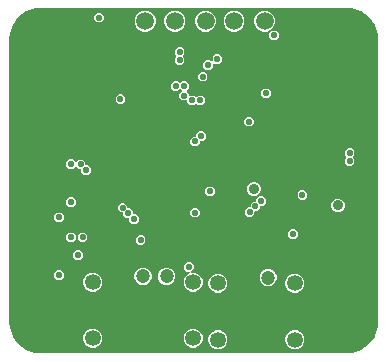
<source format=gbr>
G04 EAGLE Gerber RS-274X export*
G75*
%MOMM*%
%FSLAX34Y34*%
%LPD*%
%INCopper Layer 15*%
%IPPOS*%
%AMOC8*
5,1,8,0,0,1.08239X$1,22.5*%
G01*
%ADD10C,1.200000*%
%ADD11C,1.350000*%
%ADD12C,4.216000*%
%ADD13C,0.553200*%
%ADD14C,0.900000*%
%ADD15C,1.500000*%

G36*
X290022Y3814D02*
X290022Y3814D01*
X290060Y3813D01*
X294038Y4126D01*
X294043Y4128D01*
X294049Y4127D01*
X294213Y4161D01*
X301779Y6619D01*
X301811Y6636D01*
X301846Y6645D01*
X301992Y6728D01*
X308428Y11404D01*
X308453Y11429D01*
X308483Y11448D01*
X308596Y11572D01*
X313272Y18008D01*
X313288Y18040D01*
X313311Y18068D01*
X313381Y18221D01*
X315839Y25787D01*
X315840Y25793D01*
X315842Y25798D01*
X315845Y25810D01*
X315848Y25817D01*
X315851Y25842D01*
X315874Y25962D01*
X316187Y29940D01*
X316185Y29962D01*
X316189Y30000D01*
X316189Y270000D01*
X316186Y270022D01*
X316187Y270060D01*
X315874Y274038D01*
X315872Y274043D01*
X315873Y274049D01*
X315839Y274213D01*
X313381Y281779D01*
X313364Y281811D01*
X313355Y281846D01*
X313272Y281992D01*
X308596Y288428D01*
X308571Y288453D01*
X308552Y288483D01*
X308428Y288596D01*
X301992Y293272D01*
X301960Y293288D01*
X301932Y293311D01*
X301779Y293381D01*
X294213Y295839D01*
X294207Y295840D01*
X294202Y295842D01*
X294038Y295874D01*
X290060Y296187D01*
X290038Y296185D01*
X290000Y296189D01*
X30000Y296189D01*
X29978Y296186D01*
X29940Y296187D01*
X25962Y295874D01*
X25957Y295872D01*
X25951Y295873D01*
X25787Y295839D01*
X18221Y293381D01*
X18189Y293364D01*
X18154Y293355D01*
X18008Y293272D01*
X11572Y288596D01*
X11547Y288571D01*
X11517Y288552D01*
X11404Y288428D01*
X6728Y281992D01*
X6712Y281960D01*
X6689Y281932D01*
X6619Y281779D01*
X4161Y274213D01*
X4160Y274207D01*
X4158Y274202D01*
X4126Y274038D01*
X3813Y270060D01*
X3815Y270038D01*
X3811Y270000D01*
X3811Y30000D01*
X3814Y29978D01*
X3813Y29940D01*
X4126Y25962D01*
X4128Y25957D01*
X4127Y25951D01*
X4161Y25787D01*
X6619Y18221D01*
X6636Y18189D01*
X6645Y18154D01*
X6728Y18008D01*
X11404Y11572D01*
X11429Y11547D01*
X11448Y11517D01*
X11572Y11404D01*
X18008Y6728D01*
X18040Y6712D01*
X18068Y6689D01*
X18221Y6619D01*
X25787Y4161D01*
X25793Y4160D01*
X25798Y4158D01*
X25962Y4126D01*
X29940Y3813D01*
X29962Y3815D01*
X30000Y3811D01*
X290000Y3811D01*
X290022Y3814D01*
G37*
%LPC*%
G36*
X286059Y10189D02*
X286059Y10189D01*
X278778Y13205D01*
X273205Y18778D01*
X270189Y26059D01*
X270189Y33941D01*
X273205Y41222D01*
X278778Y46795D01*
X286059Y49811D01*
X293941Y49811D01*
X301222Y46795D01*
X306795Y41222D01*
X309811Y33941D01*
X309811Y26059D01*
X306795Y18778D01*
X301222Y13205D01*
X293941Y10189D01*
X286059Y10189D01*
G37*
%LPD*%
%LPC*%
G36*
X26059Y10189D02*
X26059Y10189D01*
X18778Y13205D01*
X13205Y18778D01*
X10189Y26059D01*
X10189Y33941D01*
X13205Y41222D01*
X18778Y46795D01*
X26059Y49811D01*
X33941Y49811D01*
X41222Y46795D01*
X46795Y41222D01*
X49811Y33941D01*
X49811Y26059D01*
X46795Y18778D01*
X41222Y13205D01*
X33941Y10189D01*
X26059Y10189D01*
G37*
%LPD*%
%LPC*%
G36*
X286059Y250189D02*
X286059Y250189D01*
X278778Y253205D01*
X273205Y258778D01*
X270189Y266059D01*
X270189Y273941D01*
X273205Y281222D01*
X278778Y286795D01*
X286059Y289811D01*
X293941Y289811D01*
X301222Y286795D01*
X306795Y281222D01*
X309811Y273941D01*
X309811Y266059D01*
X306795Y258778D01*
X301222Y253205D01*
X293941Y250189D01*
X286059Y250189D01*
G37*
%LPD*%
%LPC*%
G36*
X26059Y250189D02*
X26059Y250189D01*
X18778Y253205D01*
X13205Y258778D01*
X10189Y266059D01*
X10189Y273941D01*
X13205Y281222D01*
X18778Y286795D01*
X26059Y289811D01*
X33941Y289811D01*
X41222Y286795D01*
X46795Y281222D01*
X49811Y273941D01*
X49811Y266059D01*
X46795Y258778D01*
X41222Y253205D01*
X33941Y250189D01*
X26059Y250189D01*
G37*
%LPD*%
%LPC*%
G36*
X226328Y268963D02*
X226328Y268963D01*
X223963Y271328D01*
X223963Y274672D01*
X225484Y276193D01*
X225541Y276272D01*
X225603Y276347D01*
X225613Y276372D01*
X225628Y276393D01*
X225656Y276486D01*
X225691Y276577D01*
X225692Y276603D01*
X225700Y276628D01*
X225698Y276725D01*
X225702Y276823D01*
X225695Y276848D01*
X225694Y276874D01*
X225660Y276965D01*
X225633Y277059D01*
X225618Y277080D01*
X225609Y277105D01*
X225548Y277181D01*
X225493Y277261D01*
X225472Y277276D01*
X225456Y277297D01*
X225374Y277349D01*
X225296Y277408D01*
X225271Y277416D01*
X225249Y277430D01*
X225154Y277454D01*
X225062Y277484D01*
X225036Y277484D01*
X225010Y277490D01*
X224913Y277482D01*
X224816Y277481D01*
X224784Y277472D01*
X224765Y277471D01*
X224735Y277458D01*
X224655Y277435D01*
X221745Y276229D01*
X218255Y276229D01*
X215032Y277565D01*
X212565Y280032D01*
X211229Y283255D01*
X211229Y286745D01*
X212565Y289968D01*
X215032Y292435D01*
X218255Y293771D01*
X221745Y293771D01*
X224968Y292435D01*
X227435Y289968D01*
X228771Y286745D01*
X228771Y283255D01*
X227435Y280032D01*
X225740Y278336D01*
X225698Y278278D01*
X225649Y278226D01*
X225627Y278179D01*
X225596Y278137D01*
X225575Y278068D01*
X225545Y278003D01*
X225539Y277951D01*
X225524Y277901D01*
X225526Y277830D01*
X225518Y277759D01*
X225529Y277708D01*
X225530Y277656D01*
X225555Y277588D01*
X225570Y277518D01*
X225597Y277473D01*
X225615Y277425D01*
X225660Y277369D01*
X225696Y277307D01*
X225736Y277273D01*
X225769Y277233D01*
X225829Y277194D01*
X225883Y277147D01*
X225932Y277128D01*
X225975Y277100D01*
X226045Y277082D01*
X226112Y277055D01*
X226183Y277047D01*
X226214Y277039D01*
X226237Y277041D01*
X226278Y277037D01*
X229672Y277037D01*
X232037Y274672D01*
X232037Y271328D01*
X229672Y268963D01*
X226328Y268963D01*
G37*
%LPD*%
%LPC*%
G36*
X156984Y213963D02*
X156984Y213963D01*
X154619Y216328D01*
X154619Y217202D01*
X154616Y217222D01*
X154618Y217241D01*
X154596Y217343D01*
X154580Y217445D01*
X154570Y217462D01*
X154566Y217482D01*
X154513Y217571D01*
X154464Y217662D01*
X154450Y217676D01*
X154440Y217693D01*
X154361Y217760D01*
X154286Y217832D01*
X154268Y217840D01*
X154253Y217853D01*
X154157Y217892D01*
X154063Y217935D01*
X154043Y217937D01*
X154025Y217945D01*
X153858Y217963D01*
X150328Y217963D01*
X147963Y220328D01*
X147963Y223672D01*
X149753Y225462D01*
X149765Y225478D01*
X149780Y225490D01*
X149836Y225578D01*
X149896Y225661D01*
X149902Y225680D01*
X149913Y225697D01*
X149938Y225798D01*
X149969Y225897D01*
X149968Y225916D01*
X149973Y225936D01*
X149965Y226039D01*
X149962Y226142D01*
X149956Y226161D01*
X149954Y226181D01*
X149914Y226276D01*
X149878Y226373D01*
X149865Y226389D01*
X149858Y226407D01*
X149753Y226538D01*
X149038Y227253D01*
X149022Y227265D01*
X149010Y227280D01*
X148922Y227336D01*
X148839Y227396D01*
X148820Y227402D01*
X148803Y227413D01*
X148702Y227438D01*
X148603Y227469D01*
X148584Y227468D01*
X148564Y227473D01*
X148461Y227465D01*
X148358Y227462D01*
X148339Y227456D01*
X148319Y227454D01*
X148224Y227414D01*
X148127Y227378D01*
X148111Y227366D01*
X148093Y227358D01*
X147962Y227253D01*
X146672Y225963D01*
X143328Y225963D01*
X140963Y228328D01*
X140963Y231672D01*
X143328Y234037D01*
X146672Y234037D01*
X147962Y232747D01*
X147978Y232735D01*
X147990Y232720D01*
X148078Y232664D01*
X148161Y232604D01*
X148180Y232598D01*
X148197Y232587D01*
X148298Y232562D01*
X148397Y232531D01*
X148416Y232532D01*
X148436Y232527D01*
X148539Y232535D01*
X148642Y232538D01*
X148661Y232544D01*
X148681Y232546D01*
X148776Y232586D01*
X148873Y232622D01*
X148889Y232635D01*
X148907Y232642D01*
X149038Y232747D01*
X150328Y234037D01*
X153672Y234037D01*
X156037Y231672D01*
X156037Y228328D01*
X154247Y226538D01*
X154235Y226522D01*
X154220Y226510D01*
X154164Y226422D01*
X154104Y226339D01*
X154098Y226320D01*
X154087Y226303D01*
X154062Y226202D01*
X154031Y226103D01*
X154032Y226084D01*
X154027Y226064D01*
X154035Y225961D01*
X154038Y225858D01*
X154044Y225839D01*
X154046Y225819D01*
X154086Y225724D01*
X154122Y225627D01*
X154134Y225611D01*
X154142Y225593D01*
X154247Y225462D01*
X156037Y223672D01*
X156037Y222798D01*
X156040Y222778D01*
X156038Y222759D01*
X156060Y222657D01*
X156076Y222555D01*
X156086Y222538D01*
X156090Y222518D01*
X156143Y222429D01*
X156192Y222338D01*
X156206Y222324D01*
X156216Y222307D01*
X156295Y222240D01*
X156370Y222168D01*
X156388Y222160D01*
X156403Y222147D01*
X156499Y222108D01*
X156593Y222065D01*
X156613Y222063D01*
X156631Y222055D01*
X156798Y222037D01*
X160328Y222037D01*
X161519Y220846D01*
X161535Y220834D01*
X161547Y220819D01*
X161635Y220763D01*
X161718Y220703D01*
X161737Y220697D01*
X161754Y220686D01*
X161855Y220661D01*
X161954Y220630D01*
X161973Y220631D01*
X161993Y220626D01*
X162096Y220634D01*
X162199Y220637D01*
X162218Y220643D01*
X162238Y220645D01*
X162333Y220685D01*
X162430Y220721D01*
X162446Y220734D01*
X162464Y220741D01*
X162595Y220846D01*
X163786Y222037D01*
X167130Y222037D01*
X169495Y219672D01*
X169495Y216328D01*
X167130Y213963D01*
X163786Y213963D01*
X162595Y215154D01*
X162579Y215166D01*
X162567Y215181D01*
X162479Y215237D01*
X162396Y215297D01*
X162377Y215303D01*
X162360Y215314D01*
X162259Y215339D01*
X162160Y215370D01*
X162141Y215369D01*
X162121Y215374D01*
X162018Y215366D01*
X161915Y215363D01*
X161896Y215357D01*
X161876Y215355D01*
X161781Y215315D01*
X161684Y215279D01*
X161668Y215267D01*
X161650Y215259D01*
X161519Y215154D01*
X160328Y213963D01*
X156984Y213963D01*
G37*
%LPD*%
%LPC*%
G36*
X157905Y55979D02*
X157905Y55979D01*
X154957Y57200D01*
X152700Y59457D01*
X151479Y62405D01*
X151479Y65595D01*
X152700Y68543D01*
X154957Y70800D01*
X156644Y71499D01*
X156727Y71550D01*
X156813Y71596D01*
X156831Y71614D01*
X156853Y71628D01*
X156916Y71704D01*
X156983Y71774D01*
X156994Y71798D01*
X157010Y71818D01*
X157045Y71909D01*
X157086Y71997D01*
X157089Y72023D01*
X157098Y72047D01*
X157103Y72145D01*
X157113Y72241D01*
X157108Y72267D01*
X157109Y72293D01*
X157082Y72387D01*
X157061Y72482D01*
X157048Y72504D01*
X157040Y72529D01*
X156985Y72609D01*
X156935Y72693D01*
X156915Y72710D01*
X156900Y72731D01*
X156822Y72790D01*
X156748Y72853D01*
X156724Y72863D01*
X156703Y72878D01*
X156610Y72908D01*
X156520Y72945D01*
X156487Y72948D01*
X156469Y72954D01*
X156436Y72954D01*
X156353Y72963D01*
X154328Y72963D01*
X151963Y75328D01*
X151963Y78672D01*
X154328Y81037D01*
X157672Y81037D01*
X160037Y78672D01*
X160037Y75328D01*
X158029Y73320D01*
X157987Y73262D01*
X157938Y73210D01*
X157916Y73163D01*
X157886Y73121D01*
X157864Y73052D01*
X157834Y72987D01*
X157828Y72935D01*
X157813Y72885D01*
X157815Y72814D01*
X157807Y72743D01*
X157818Y72692D01*
X157820Y72640D01*
X157844Y72572D01*
X157859Y72502D01*
X157886Y72457D01*
X157904Y72409D01*
X157949Y72353D01*
X157986Y72291D01*
X158025Y72257D01*
X158058Y72217D01*
X158118Y72178D01*
X158172Y72131D01*
X158221Y72112D01*
X158265Y72084D01*
X158334Y72066D01*
X158401Y72039D01*
X158472Y72031D01*
X158503Y72023D01*
X158526Y72025D01*
X158567Y72021D01*
X161095Y72021D01*
X164043Y70800D01*
X166300Y68543D01*
X167521Y65595D01*
X167521Y62405D01*
X166300Y59457D01*
X164043Y57200D01*
X161095Y55979D01*
X157905Y55979D01*
G37*
%LPD*%
%LPC*%
G36*
X142255Y276229D02*
X142255Y276229D01*
X139032Y277565D01*
X136565Y280032D01*
X135229Y283255D01*
X135229Y286745D01*
X136565Y289968D01*
X139032Y292435D01*
X142255Y293771D01*
X145745Y293771D01*
X148968Y292435D01*
X151435Y289968D01*
X152771Y286745D01*
X152771Y283255D01*
X151435Y280032D01*
X148968Y277565D01*
X145745Y276229D01*
X142255Y276229D01*
G37*
%LPD*%
%LPC*%
G36*
X117255Y276229D02*
X117255Y276229D01*
X114032Y277565D01*
X111565Y280032D01*
X110229Y283255D01*
X110229Y286745D01*
X111565Y289968D01*
X114032Y292435D01*
X117255Y293771D01*
X120745Y293771D01*
X123968Y292435D01*
X126435Y289968D01*
X127771Y286745D01*
X127771Y283255D01*
X126435Y280032D01*
X123968Y277565D01*
X120745Y276229D01*
X117255Y276229D01*
G37*
%LPD*%
%LPC*%
G36*
X168255Y276229D02*
X168255Y276229D01*
X165032Y277565D01*
X162565Y280032D01*
X161229Y283255D01*
X161229Y286745D01*
X162565Y289968D01*
X165032Y292435D01*
X168255Y293771D01*
X171745Y293771D01*
X174968Y292435D01*
X177435Y289968D01*
X178771Y286745D01*
X178771Y283255D01*
X177435Y280032D01*
X174968Y277565D01*
X171745Y276229D01*
X168255Y276229D01*
G37*
%LPD*%
%LPC*%
G36*
X192255Y276229D02*
X192255Y276229D01*
X189032Y277565D01*
X186565Y280032D01*
X185229Y283255D01*
X185229Y286745D01*
X186565Y289968D01*
X189032Y292435D01*
X192255Y293771D01*
X195745Y293771D01*
X198968Y292435D01*
X201435Y289968D01*
X202771Y286745D01*
X202771Y283255D01*
X201435Y280032D01*
X198968Y277565D01*
X195745Y276229D01*
X192255Y276229D01*
G37*
%LPD*%
%LPC*%
G36*
X243905Y7479D02*
X243905Y7479D01*
X240957Y8700D01*
X238700Y10957D01*
X237479Y13905D01*
X237479Y17095D01*
X238700Y20043D01*
X240957Y22300D01*
X243905Y23521D01*
X247095Y23521D01*
X250043Y22300D01*
X252300Y20043D01*
X253521Y17095D01*
X253521Y13905D01*
X252300Y10957D01*
X250043Y8700D01*
X247095Y7479D01*
X243905Y7479D01*
G37*
%LPD*%
%LPC*%
G36*
X72905Y8479D02*
X72905Y8479D01*
X69957Y9700D01*
X67700Y11957D01*
X66479Y14905D01*
X66479Y18095D01*
X67700Y21043D01*
X69957Y23300D01*
X72905Y24521D01*
X76095Y24521D01*
X79043Y23300D01*
X81300Y21043D01*
X82521Y18095D01*
X82521Y14905D01*
X81300Y11957D01*
X79043Y9700D01*
X76095Y8479D01*
X72905Y8479D01*
G37*
%LPD*%
%LPC*%
G36*
X157905Y8479D02*
X157905Y8479D01*
X154957Y9700D01*
X152700Y11957D01*
X151479Y14905D01*
X151479Y18095D01*
X152700Y21043D01*
X154957Y23300D01*
X157905Y24521D01*
X161095Y24521D01*
X164043Y23300D01*
X166300Y21043D01*
X167521Y18095D01*
X167521Y14905D01*
X166300Y11957D01*
X164043Y9700D01*
X161095Y8479D01*
X157905Y8479D01*
G37*
%LPD*%
%LPC*%
G36*
X178905Y54979D02*
X178905Y54979D01*
X175957Y56200D01*
X173700Y58457D01*
X172479Y61405D01*
X172479Y64595D01*
X173700Y67543D01*
X175957Y69800D01*
X178905Y71021D01*
X182095Y71021D01*
X185043Y69800D01*
X187300Y67543D01*
X188521Y64595D01*
X188521Y61405D01*
X187300Y58457D01*
X185043Y56200D01*
X182095Y54979D01*
X178905Y54979D01*
G37*
%LPD*%
%LPC*%
G36*
X243905Y54979D02*
X243905Y54979D01*
X240957Y56200D01*
X238700Y58457D01*
X237479Y61405D01*
X237479Y64595D01*
X238700Y67543D01*
X240957Y69800D01*
X243905Y71021D01*
X247095Y71021D01*
X250043Y69800D01*
X252300Y67543D01*
X253521Y64595D01*
X253521Y61405D01*
X252300Y58457D01*
X250043Y56200D01*
X247095Y54979D01*
X243905Y54979D01*
G37*
%LPD*%
%LPC*%
G36*
X72905Y55979D02*
X72905Y55979D01*
X69957Y57200D01*
X67700Y59457D01*
X66479Y62405D01*
X66479Y65595D01*
X67700Y68543D01*
X69957Y70800D01*
X72905Y72021D01*
X76095Y72021D01*
X79043Y70800D01*
X81300Y68543D01*
X82521Y65595D01*
X82521Y62405D01*
X81300Y59457D01*
X79043Y57200D01*
X76095Y55979D01*
X72905Y55979D01*
G37*
%LPD*%
%LPC*%
G36*
X178905Y7479D02*
X178905Y7479D01*
X175957Y8700D01*
X173700Y10957D01*
X172479Y13905D01*
X172479Y17095D01*
X173700Y20043D01*
X175957Y22300D01*
X178905Y23521D01*
X182095Y23521D01*
X185043Y22300D01*
X187300Y20043D01*
X188521Y17095D01*
X188521Y13905D01*
X187300Y10957D01*
X185043Y8700D01*
X182095Y7479D01*
X178905Y7479D01*
G37*
%LPD*%
%LPC*%
G36*
X221554Y60729D02*
X221554Y60729D01*
X218881Y61836D01*
X216836Y63881D01*
X215729Y66554D01*
X215729Y69446D01*
X216836Y72119D01*
X218881Y74164D01*
X221554Y75271D01*
X224446Y75271D01*
X227119Y74164D01*
X229164Y72119D01*
X230271Y69446D01*
X230271Y66554D01*
X229164Y63881D01*
X227119Y61836D01*
X224446Y60729D01*
X221554Y60729D01*
G37*
%LPD*%
%LPC*%
G36*
X115554Y61729D02*
X115554Y61729D01*
X112881Y62836D01*
X110836Y64881D01*
X109729Y67554D01*
X109729Y70446D01*
X110836Y73119D01*
X112881Y75164D01*
X115554Y76271D01*
X118446Y76271D01*
X121119Y75164D01*
X123164Y73119D01*
X124271Y70446D01*
X124271Y67554D01*
X123164Y64881D01*
X121119Y62836D01*
X118446Y61729D01*
X115554Y61729D01*
G37*
%LPD*%
%LPC*%
G36*
X135554Y61729D02*
X135554Y61729D01*
X132881Y62836D01*
X130836Y64881D01*
X129729Y67554D01*
X129729Y70446D01*
X130836Y73119D01*
X132881Y75164D01*
X135554Y76271D01*
X138446Y76271D01*
X141119Y75164D01*
X143164Y73119D01*
X144271Y70446D01*
X144271Y67554D01*
X143164Y64881D01*
X141119Y62836D01*
X138446Y61729D01*
X135554Y61729D01*
G37*
%LPD*%
%LPC*%
G36*
X67328Y154963D02*
X67328Y154963D01*
X64963Y157328D01*
X64963Y159012D01*
X64960Y159031D01*
X64962Y159051D01*
X64940Y159152D01*
X64924Y159255D01*
X64914Y159272D01*
X64910Y159292D01*
X64857Y159381D01*
X64808Y159472D01*
X64794Y159486D01*
X64784Y159503D01*
X64705Y159570D01*
X64630Y159641D01*
X64612Y159650D01*
X64597Y159663D01*
X64501Y159701D01*
X64407Y159745D01*
X64387Y159747D01*
X64369Y159755D01*
X64202Y159773D01*
X62518Y159773D01*
X60538Y161753D01*
X60522Y161765D01*
X60510Y161780D01*
X60422Y161836D01*
X60339Y161896D01*
X60320Y161902D01*
X60303Y161913D01*
X60202Y161938D01*
X60103Y161969D01*
X60084Y161968D01*
X60064Y161973D01*
X59961Y161965D01*
X59858Y161962D01*
X59839Y161956D01*
X59819Y161954D01*
X59724Y161914D01*
X59627Y161878D01*
X59611Y161865D01*
X59593Y161858D01*
X59462Y161753D01*
X57672Y159963D01*
X54328Y159963D01*
X51963Y162328D01*
X51963Y165672D01*
X54328Y168037D01*
X57672Y168037D01*
X59652Y166057D01*
X59668Y166045D01*
X59681Y166030D01*
X59768Y165973D01*
X59852Y165913D01*
X59871Y165907D01*
X59888Y165897D01*
X59988Y165871D01*
X60087Y165841D01*
X60107Y165841D01*
X60126Y165837D01*
X60229Y165845D01*
X60333Y165847D01*
X60351Y165854D01*
X60371Y165856D01*
X60466Y165896D01*
X60564Y165932D01*
X60579Y165944D01*
X60598Y165952D01*
X60729Y166057D01*
X62518Y167846D01*
X65862Y167846D01*
X68227Y165482D01*
X68227Y163798D01*
X68230Y163778D01*
X68228Y163759D01*
X68250Y163657D01*
X68267Y163555D01*
X68276Y163538D01*
X68280Y163518D01*
X68333Y163429D01*
X68382Y163338D01*
X68396Y163324D01*
X68406Y163307D01*
X68485Y163240D01*
X68560Y163168D01*
X68578Y163160D01*
X68593Y163147D01*
X68690Y163108D01*
X68783Y163065D01*
X68803Y163063D01*
X68822Y163055D01*
X68988Y163037D01*
X70672Y163037D01*
X73037Y160672D01*
X73037Y157328D01*
X70672Y154963D01*
X67328Y154963D01*
G37*
%LPD*%
%LPC*%
G36*
X205708Y119344D02*
X205708Y119344D01*
X203344Y121708D01*
X203344Y125053D01*
X205708Y127417D01*
X207392Y127417D01*
X207412Y127420D01*
X207432Y127418D01*
X207533Y127440D01*
X207635Y127457D01*
X207653Y127466D01*
X207672Y127471D01*
X207761Y127524D01*
X207852Y127572D01*
X207866Y127586D01*
X207883Y127597D01*
X207951Y127675D01*
X208022Y127750D01*
X208030Y127768D01*
X208043Y127784D01*
X208082Y127880D01*
X208125Y127973D01*
X208128Y127993D01*
X208135Y128012D01*
X208154Y128178D01*
X208154Y129862D01*
X210518Y132227D01*
X212202Y132227D01*
X212222Y132230D01*
X212241Y132228D01*
X212343Y132250D01*
X212445Y132267D01*
X212462Y132276D01*
X212482Y132280D01*
X212571Y132333D01*
X212662Y132382D01*
X212676Y132396D01*
X212693Y132406D01*
X212760Y132485D01*
X212832Y132560D01*
X212840Y132578D01*
X212853Y132593D01*
X212892Y132690D01*
X212935Y132783D01*
X212937Y132803D01*
X212945Y132822D01*
X212963Y132988D01*
X212963Y134672D01*
X215199Y136908D01*
X215256Y136987D01*
X215297Y137037D01*
X218672Y137037D01*
X221037Y134672D01*
X221037Y131328D01*
X218672Y128963D01*
X216988Y128963D01*
X216969Y128960D01*
X216949Y128962D01*
X216848Y128940D01*
X216745Y128924D01*
X216728Y128914D01*
X216708Y128910D01*
X216619Y128857D01*
X216528Y128808D01*
X216514Y128794D01*
X216497Y128784D01*
X216430Y128705D01*
X216359Y128630D01*
X216350Y128612D01*
X216337Y128597D01*
X216299Y128501D01*
X216255Y128407D01*
X216253Y128387D01*
X216245Y128369D01*
X216227Y128202D01*
X216227Y126518D01*
X213862Y124154D01*
X212178Y124154D01*
X212159Y124150D01*
X212139Y124152D01*
X212038Y124130D01*
X211936Y124114D01*
X211918Y124104D01*
X211899Y124100D01*
X211810Y124047D01*
X211718Y123999D01*
X211705Y123984D01*
X211688Y123974D01*
X211620Y123895D01*
X211549Y123820D01*
X211541Y123802D01*
X211528Y123787D01*
X211489Y123691D01*
X211445Y123597D01*
X211443Y123578D01*
X211436Y123559D01*
X211417Y123392D01*
X211417Y121708D01*
X209053Y119344D01*
X205708Y119344D01*
G37*
%LPD*%
%LPC*%
G36*
X107662Y113629D02*
X107662Y113629D01*
X105297Y115994D01*
X105297Y117678D01*
X105294Y117697D01*
X105296Y117717D01*
X105274Y117818D01*
X105257Y117920D01*
X105248Y117938D01*
X105244Y117958D01*
X105191Y118047D01*
X105142Y118138D01*
X105128Y118152D01*
X105118Y118169D01*
X105039Y118236D01*
X104964Y118307D01*
X104946Y118316D01*
X104931Y118329D01*
X104835Y118367D01*
X104741Y118411D01*
X104721Y118413D01*
X104703Y118420D01*
X104536Y118439D01*
X102852Y118439D01*
X100487Y120804D01*
X100487Y122487D01*
X100484Y122507D01*
X100486Y122527D01*
X100464Y122628D01*
X100448Y122730D01*
X100438Y122748D01*
X100434Y122767D01*
X100381Y122856D01*
X100333Y122948D01*
X100318Y122961D01*
X100308Y122978D01*
X100229Y123046D01*
X100154Y123117D01*
X100136Y123125D01*
X100121Y123138D01*
X100025Y123177D01*
X99931Y123221D01*
X99911Y123223D01*
X99893Y123230D01*
X99726Y123249D01*
X98042Y123249D01*
X95678Y125613D01*
X95678Y128958D01*
X98042Y131322D01*
X101387Y131322D01*
X103751Y128958D01*
X103751Y127274D01*
X103754Y127254D01*
X103752Y127234D01*
X103774Y127133D01*
X103791Y127031D01*
X103800Y127013D01*
X103804Y126994D01*
X103858Y126905D01*
X103906Y126814D01*
X103920Y126800D01*
X103931Y126783D01*
X104009Y126715D01*
X104084Y126644D01*
X104102Y126636D01*
X104118Y126623D01*
X104214Y126584D01*
X104307Y126541D01*
X104327Y126538D01*
X104346Y126531D01*
X104512Y126512D01*
X106196Y126512D01*
X108561Y124148D01*
X108561Y122464D01*
X108564Y122444D01*
X108562Y122424D01*
X108584Y122323D01*
X108601Y122221D01*
X108610Y122204D01*
X108614Y122184D01*
X108667Y122095D01*
X108716Y122004D01*
X108730Y121990D01*
X108740Y121973D01*
X108819Y121906D01*
X108894Y121834D01*
X108912Y121826D01*
X108927Y121813D01*
X109024Y121774D01*
X109117Y121731D01*
X109137Y121729D01*
X109155Y121721D01*
X109322Y121703D01*
X111006Y121703D01*
X113371Y119338D01*
X113371Y115994D01*
X111006Y113629D01*
X107662Y113629D01*
G37*
%LPD*%
%LPC*%
G36*
X170328Y243963D02*
X170328Y243963D01*
X167963Y246328D01*
X167963Y249672D01*
X170328Y252037D01*
X173672Y252037D01*
X174664Y251045D01*
X174722Y251003D01*
X174774Y250954D01*
X174821Y250932D01*
X174863Y250902D01*
X174932Y250880D01*
X174997Y250850D01*
X175049Y250844D01*
X175099Y250829D01*
X175170Y250831D01*
X175241Y250823D01*
X175292Y250834D01*
X175344Y250836D01*
X175412Y250860D01*
X175482Y250875D01*
X175527Y250902D01*
X175575Y250920D01*
X175631Y250965D01*
X175693Y251002D01*
X175727Y251041D01*
X175767Y251074D01*
X175806Y251134D01*
X175853Y251188D01*
X175872Y251237D01*
X175900Y251281D01*
X175918Y251350D01*
X175945Y251417D01*
X175953Y251488D01*
X175961Y251519D01*
X175959Y251542D01*
X175963Y251583D01*
X175963Y254672D01*
X178328Y257037D01*
X181672Y257037D01*
X184037Y254672D01*
X184037Y251328D01*
X181672Y248963D01*
X178328Y248963D01*
X177336Y249955D01*
X177278Y249997D01*
X177226Y250046D01*
X177179Y250068D01*
X177137Y250098D01*
X177068Y250120D01*
X177003Y250150D01*
X176951Y250156D01*
X176901Y250171D01*
X176830Y250169D01*
X176759Y250177D01*
X176708Y250166D01*
X176656Y250164D01*
X176588Y250140D01*
X176518Y250125D01*
X176473Y250098D01*
X176425Y250080D01*
X176369Y250035D01*
X176307Y249998D01*
X176273Y249959D01*
X176233Y249926D01*
X176194Y249866D01*
X176147Y249812D01*
X176128Y249763D01*
X176100Y249719D01*
X176082Y249650D01*
X176055Y249583D01*
X176047Y249512D01*
X176039Y249481D01*
X176041Y249458D01*
X176037Y249417D01*
X176037Y246328D01*
X173672Y243963D01*
X170328Y243963D01*
G37*
%LPD*%
%LPC*%
G36*
X209852Y137229D02*
X209852Y137229D01*
X207731Y138108D01*
X206108Y139731D01*
X205229Y141852D01*
X205229Y144148D01*
X206108Y146269D01*
X207731Y147892D01*
X209852Y148771D01*
X212148Y148771D01*
X214269Y147892D01*
X215892Y146269D01*
X216771Y144148D01*
X216771Y141852D01*
X215892Y139731D01*
X214497Y138336D01*
X214455Y138278D01*
X214406Y138226D01*
X214384Y138179D01*
X214360Y138146D01*
X212148Y137229D01*
X209852Y137229D01*
G37*
%LPD*%
%LPC*%
G36*
X280852Y123229D02*
X280852Y123229D01*
X278731Y124108D01*
X277108Y125731D01*
X276229Y127852D01*
X276229Y130148D01*
X277108Y132269D01*
X278731Y133892D01*
X280852Y134771D01*
X283148Y134771D01*
X285269Y133892D01*
X286892Y132269D01*
X287771Y130148D01*
X287771Y127852D01*
X286892Y125731D01*
X285269Y124108D01*
X283148Y123229D01*
X280852Y123229D01*
G37*
%LPD*%
%LPC*%
G36*
X159518Y179154D02*
X159518Y179154D01*
X157154Y181518D01*
X157154Y184862D01*
X159518Y187227D01*
X161202Y187227D01*
X161222Y187230D01*
X161241Y187228D01*
X161343Y187250D01*
X161445Y187267D01*
X161462Y187276D01*
X161482Y187280D01*
X161571Y187333D01*
X161662Y187382D01*
X161676Y187396D01*
X161693Y187406D01*
X161760Y187485D01*
X161832Y187560D01*
X161840Y187578D01*
X161853Y187593D01*
X161892Y187690D01*
X161935Y187783D01*
X161937Y187803D01*
X161945Y187822D01*
X161963Y187988D01*
X161963Y189672D01*
X164328Y192037D01*
X167672Y192037D01*
X170037Y189672D01*
X170037Y186328D01*
X167672Y183963D01*
X165988Y183963D01*
X165969Y183960D01*
X165949Y183962D01*
X165848Y183940D01*
X165745Y183924D01*
X165728Y183914D01*
X165708Y183910D01*
X165619Y183857D01*
X165528Y183808D01*
X165514Y183794D01*
X165497Y183784D01*
X165430Y183705D01*
X165359Y183630D01*
X165350Y183612D01*
X165337Y183597D01*
X165299Y183501D01*
X165255Y183407D01*
X165253Y183387D01*
X165245Y183369D01*
X165227Y183202D01*
X165227Y181518D01*
X162862Y179154D01*
X159518Y179154D01*
G37*
%LPD*%
%LPC*%
G36*
X290328Y162562D02*
X290328Y162562D01*
X287963Y164927D01*
X287963Y168271D01*
X289154Y169462D01*
X289166Y169478D01*
X289181Y169490D01*
X289237Y169578D01*
X289297Y169661D01*
X289303Y169680D01*
X289314Y169697D01*
X289339Y169798D01*
X289370Y169897D01*
X289369Y169916D01*
X289374Y169936D01*
X289366Y170039D01*
X289363Y170142D01*
X289357Y170161D01*
X289355Y170181D01*
X289315Y170276D01*
X289279Y170373D01*
X289266Y170389D01*
X289259Y170407D01*
X289154Y170538D01*
X287963Y171729D01*
X287963Y175073D01*
X290328Y177438D01*
X293672Y177438D01*
X296037Y175073D01*
X296037Y171729D01*
X294846Y170538D01*
X294834Y170522D01*
X294819Y170510D01*
X294763Y170422D01*
X294703Y170339D01*
X294697Y170319D01*
X294686Y170303D01*
X294661Y170202D01*
X294630Y170103D01*
X294631Y170084D01*
X294626Y170064D01*
X294634Y169961D01*
X294637Y169858D01*
X294643Y169839D01*
X294645Y169819D01*
X294685Y169724D01*
X294721Y169627D01*
X294733Y169611D01*
X294741Y169593D01*
X294846Y169462D01*
X296037Y168271D01*
X296037Y164927D01*
X293672Y162562D01*
X290328Y162562D01*
G37*
%LPD*%
%LPC*%
G36*
X146328Y247963D02*
X146328Y247963D01*
X143963Y250328D01*
X143963Y253672D01*
X145154Y254863D01*
X145166Y254879D01*
X145181Y254891D01*
X145237Y254979D01*
X145297Y255062D01*
X145303Y255081D01*
X145314Y255098D01*
X145339Y255199D01*
X145370Y255298D01*
X145369Y255317D01*
X145374Y255337D01*
X145366Y255440D01*
X145363Y255543D01*
X145357Y255562D01*
X145355Y255582D01*
X145315Y255677D01*
X145279Y255774D01*
X145267Y255790D01*
X145259Y255808D01*
X145154Y255939D01*
X143963Y257130D01*
X143963Y260474D01*
X146328Y262839D01*
X149672Y262839D01*
X152037Y260474D01*
X152037Y257130D01*
X150846Y255939D01*
X150834Y255923D01*
X150819Y255911D01*
X150763Y255823D01*
X150703Y255740D01*
X150697Y255721D01*
X150686Y255704D01*
X150661Y255603D01*
X150630Y255504D01*
X150631Y255485D01*
X150626Y255465D01*
X150634Y255362D01*
X150637Y255259D01*
X150643Y255240D01*
X150645Y255220D01*
X150685Y255125D01*
X150721Y255028D01*
X150734Y255012D01*
X150741Y254994D01*
X150846Y254863D01*
X152037Y253672D01*
X152037Y250328D01*
X149672Y247963D01*
X146328Y247963D01*
G37*
%LPD*%
%LPC*%
G36*
X219328Y219963D02*
X219328Y219963D01*
X216963Y222328D01*
X216963Y225672D01*
X219328Y228037D01*
X222672Y228037D01*
X225037Y225672D01*
X225037Y222328D01*
X222672Y219963D01*
X219328Y219963D01*
G37*
%LPD*%
%LPC*%
G36*
X96328Y214963D02*
X96328Y214963D01*
X93963Y217328D01*
X93963Y220672D01*
X96328Y223037D01*
X99672Y223037D01*
X102037Y220672D01*
X102037Y217328D01*
X99672Y214963D01*
X96328Y214963D01*
G37*
%LPD*%
%LPC*%
G36*
X205328Y195963D02*
X205328Y195963D01*
X202963Y198328D01*
X202963Y201672D01*
X205328Y204037D01*
X208672Y204037D01*
X211037Y201672D01*
X211037Y198328D01*
X208672Y195963D01*
X205328Y195963D01*
G37*
%LPD*%
%LPC*%
G36*
X44328Y65963D02*
X44328Y65963D01*
X41963Y68328D01*
X41963Y71672D01*
X44328Y74037D01*
X47672Y74037D01*
X50037Y71672D01*
X50037Y68328D01*
X47672Y65963D01*
X44328Y65963D01*
G37*
%LPD*%
%LPC*%
G36*
X165864Y233999D02*
X165864Y233999D01*
X163499Y236364D01*
X163499Y239708D01*
X165864Y242073D01*
X169208Y242073D01*
X171573Y239708D01*
X171573Y236364D01*
X169208Y233999D01*
X165864Y233999D01*
G37*
%LPD*%
%LPC*%
G36*
X78328Y283963D02*
X78328Y283963D01*
X75963Y286328D01*
X75963Y289672D01*
X78328Y292037D01*
X81672Y292037D01*
X84037Y289672D01*
X84037Y286328D01*
X81672Y283963D01*
X78328Y283963D01*
G37*
%LPD*%
%LPC*%
G36*
X60328Y82963D02*
X60328Y82963D01*
X57963Y85328D01*
X57963Y88672D01*
X60328Y91037D01*
X63672Y91037D01*
X66037Y88672D01*
X66037Y85328D01*
X63672Y82963D01*
X60328Y82963D01*
G37*
%LPD*%
%LPC*%
G36*
X113328Y95963D02*
X113328Y95963D01*
X110963Y98328D01*
X110963Y101672D01*
X113328Y104037D01*
X116672Y104037D01*
X119037Y101672D01*
X119037Y98328D01*
X116672Y95963D01*
X113328Y95963D01*
G37*
%LPD*%
%LPC*%
G36*
X54328Y97963D02*
X54328Y97963D01*
X51963Y100328D01*
X51963Y103672D01*
X54328Y106037D01*
X57672Y106037D01*
X60037Y103672D01*
X60037Y100328D01*
X57672Y97963D01*
X54328Y97963D01*
G37*
%LPD*%
%LPC*%
G36*
X64328Y97963D02*
X64328Y97963D01*
X61963Y100328D01*
X61963Y103672D01*
X64328Y106037D01*
X67672Y106037D01*
X70037Y103672D01*
X70037Y100328D01*
X67672Y97963D01*
X64328Y97963D01*
G37*
%LPD*%
%LPC*%
G36*
X242328Y100963D02*
X242328Y100963D01*
X239963Y103328D01*
X239963Y106672D01*
X242328Y109037D01*
X245672Y109037D01*
X248037Y106672D01*
X248037Y103328D01*
X245672Y100963D01*
X242328Y100963D01*
G37*
%LPD*%
%LPC*%
G36*
X44328Y114963D02*
X44328Y114963D01*
X41963Y117328D01*
X41963Y120672D01*
X44328Y123037D01*
X47672Y123037D01*
X50037Y120672D01*
X50037Y117328D01*
X47672Y114963D01*
X44328Y114963D01*
G37*
%LPD*%
%LPC*%
G36*
X159328Y118963D02*
X159328Y118963D01*
X156963Y121328D01*
X156963Y124672D01*
X159328Y127037D01*
X162672Y127037D01*
X165037Y124672D01*
X165037Y121328D01*
X162672Y118963D01*
X159328Y118963D01*
G37*
%LPD*%
%LPC*%
G36*
X54328Y127963D02*
X54328Y127963D01*
X51963Y130328D01*
X51963Y133672D01*
X54328Y136037D01*
X57672Y136037D01*
X60037Y133672D01*
X60037Y130328D01*
X57672Y127963D01*
X54328Y127963D01*
G37*
%LPD*%
%LPC*%
G36*
X250328Y133963D02*
X250328Y133963D01*
X247963Y136328D01*
X247963Y139672D01*
X250328Y142037D01*
X253672Y142037D01*
X256037Y139672D01*
X256037Y136328D01*
X253672Y133963D01*
X250328Y133963D01*
G37*
%LPD*%
%LPC*%
G36*
X172328Y136963D02*
X172328Y136963D01*
X169963Y139328D01*
X169963Y142672D01*
X172328Y145037D01*
X175672Y145037D01*
X178037Y142672D01*
X178037Y139328D01*
X175672Y136963D01*
X172328Y136963D01*
G37*
%LPD*%
D10*
X117000Y69000D03*
X137000Y69000D03*
X97000Y69000D03*
D11*
X159500Y64000D03*
X74500Y64000D03*
X74500Y16500D03*
X159500Y16500D03*
D10*
X203000Y68000D03*
X223000Y68000D03*
D11*
X245500Y63000D03*
X180500Y63000D03*
X180500Y15500D03*
X245500Y15500D03*
D12*
X30000Y30000D03*
X290000Y30000D03*
X290000Y270000D03*
X30000Y270000D03*
D13*
X181000Y241000D03*
X248000Y268000D03*
X258000Y239000D03*
X18000Y152000D03*
X18000Y173000D03*
X18000Y193000D03*
X18000Y213000D03*
X20000Y80000D03*
X90000Y97000D03*
X20000Y100000D03*
X185000Y115000D03*
X207000Y111000D03*
D14*
X282000Y140000D03*
D13*
X298000Y68000D03*
X232000Y75000D03*
X141000Y150000D03*
X141000Y174000D03*
X141000Y198000D03*
X117000Y198000D03*
X117000Y174000D03*
X117000Y150000D03*
X93000Y150000D03*
X93000Y174000D03*
X93000Y198000D03*
X186000Y225000D03*
X164000Y163000D03*
X163000Y152000D03*
X121000Y119000D03*
X107000Y277000D03*
X107000Y259000D03*
X18000Y233000D03*
X197000Y180000D03*
X213000Y217000D03*
X127000Y98000D03*
X80000Y288000D03*
X221000Y224000D03*
X56000Y164000D03*
X56000Y132000D03*
X161000Y123000D03*
X174000Y141000D03*
D14*
X282000Y129000D03*
D13*
X228000Y273000D03*
D14*
X211000Y143000D03*
D13*
X46000Y70000D03*
X46000Y119000D03*
X252000Y138000D03*
X56000Y102000D03*
X292000Y173401D03*
X166000Y188000D03*
X145000Y230000D03*
X172000Y248000D03*
D15*
X194000Y285000D03*
D13*
X152000Y230000D03*
X167536Y238036D03*
D15*
X170000Y285000D03*
D13*
X165458Y218000D03*
X148000Y258802D03*
D15*
X144000Y285000D03*
D13*
X158656Y218000D03*
X148000Y252000D03*
D15*
X119000Y285000D03*
D13*
X152000Y222000D03*
X180000Y253000D03*
D15*
X220000Y285000D03*
D13*
X66000Y102000D03*
X69000Y159000D03*
X62000Y87000D03*
X64190Y163810D03*
X115000Y100000D03*
X217000Y133000D03*
X99714Y127285D03*
X207381Y123381D03*
X109334Y117666D03*
X212190Y128190D03*
X104524Y122476D03*
X207000Y200000D03*
X98000Y219000D03*
X292000Y166599D03*
X161190Y183190D03*
X244000Y105000D03*
X156000Y77000D03*
M02*

</source>
